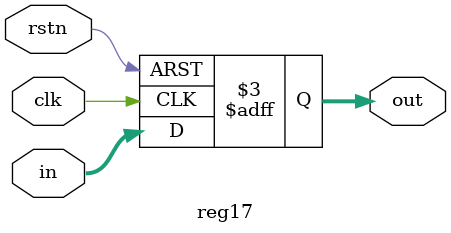
<source format=sv>
module reg17 (
	input clk, rstn,
	input [16:0] in,
	output reg [16:0] out
);

	always_ff @ (posedge clk, negedge rstn)
	if (!rstn) out <= 0;
	else out <= in;

endmodule

</source>
